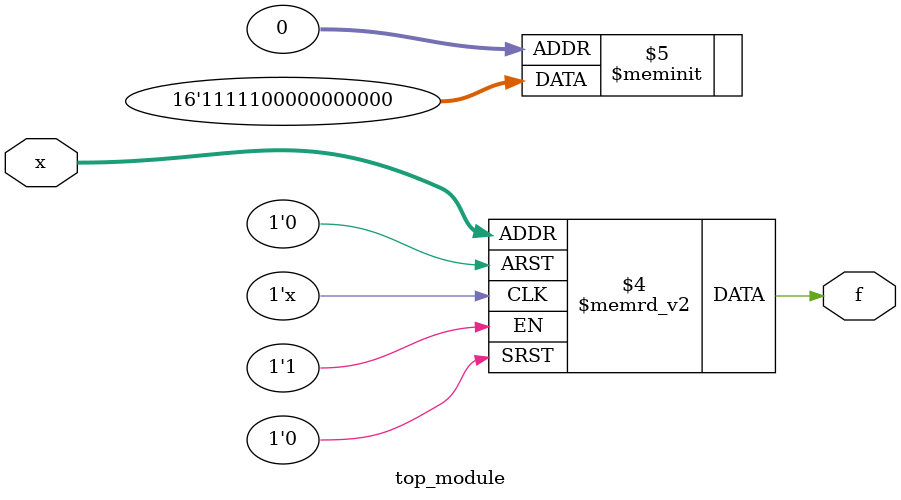
<source format=sv>
module top_module (
    input [4:1] x,
    output logic f
);

    always_comb begin
        case (x)
            4'b0001, 4'b0100, 4'b0111: f = 1'b0;
            4'b1011, 4'b1100, 4'b1101, 4'b1110, 4'b1111: f = 1'b1;
            4'b1000, 4'b1001, 4'b1010, 4'b0000, 4'b0010, 4'b0011, 4'b0101, 4'b0110: f = 1'b0;
            default: f = 1'b0; // Handle don’t-cares default to 0
        endcase
    end

endmodule

</source>
